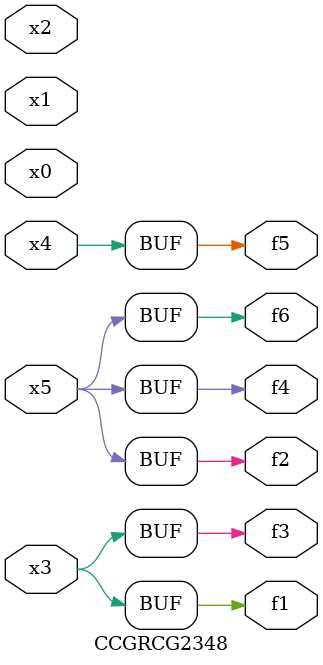
<source format=v>
module CCGRCG2348(
	input x0, x1, x2, x3, x4, x5,
	output f1, f2, f3, f4, f5, f6
);
	assign f1 = x3;
	assign f2 = x5;
	assign f3 = x3;
	assign f4 = x5;
	assign f5 = x4;
	assign f6 = x5;
endmodule

</source>
